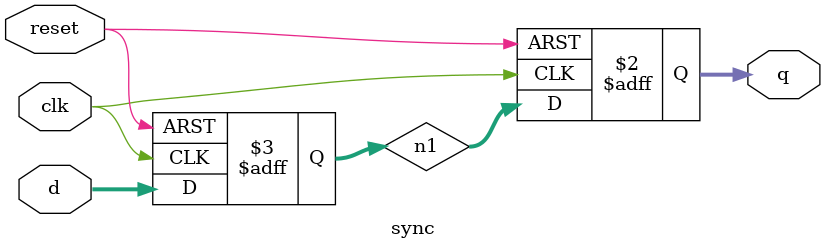
<source format=sv>
/*
  Robert "Skipper" Gonzalez
  sgonzalez@g.hmc.edu
  09/12/2018
  synchronizer module

  Below is a synchronizer module with syncrhonous reset.
  This module synchronizes an N-bit input. Values are passed
  along upon the rising edge of the clock. It takes two rising
  edges to pass an input through.

  Parameters:
    N: The number of bits in the ansynchronous input signal

  Inputs:
    clk:        clock signat
    reset:      reset signal
    d[N-1:0]:   asynchronous N-bit input signal
    q:          amount to increment counter by

  Local Variables:
    n1: intermediate value between the two registers

  Outputs:
    q[N-1:0]: synchronized N-bit signal
*/

module sync#(parameter N=8)
            (input  logic         clk,
             input  logic         reset,
             input  logic [N-1:0] d,
             output logic [N-1:0] q);

  logic [N-1:0] n1;

  always_ff @(posedge clk, posedge reset)
    if (reset)
      begin
        n1 <= 0;
        q  <= 0;
      end
    else
      begin
        n1 <= d;
        q  <= n1;
      end

endmodule

</source>
